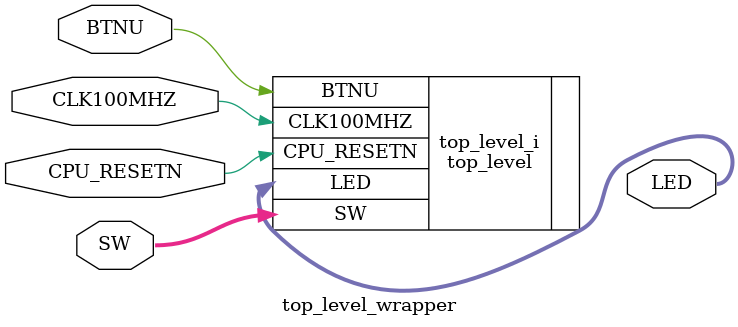
<source format=v>
`timescale 1 ps / 1 ps

module top_level_wrapper
   (BTNU,
    CLK100MHZ,
    CPU_RESETN,
    LED,
    SW);
  input BTNU;
  input CLK100MHZ;
  input CPU_RESETN;
  output [15:0]LED;
  input [9:0]SW;

  wire BTNU;
  wire CLK100MHZ;
  wire CPU_RESETN;
  wire [15:0]LED;
  wire [9:0]SW;

  top_level top_level_i
       (.BTNU(BTNU),
        .CLK100MHZ(CLK100MHZ),
        .CPU_RESETN(CPU_RESETN),
        .LED(LED),
        .SW(SW));
endmodule

</source>
